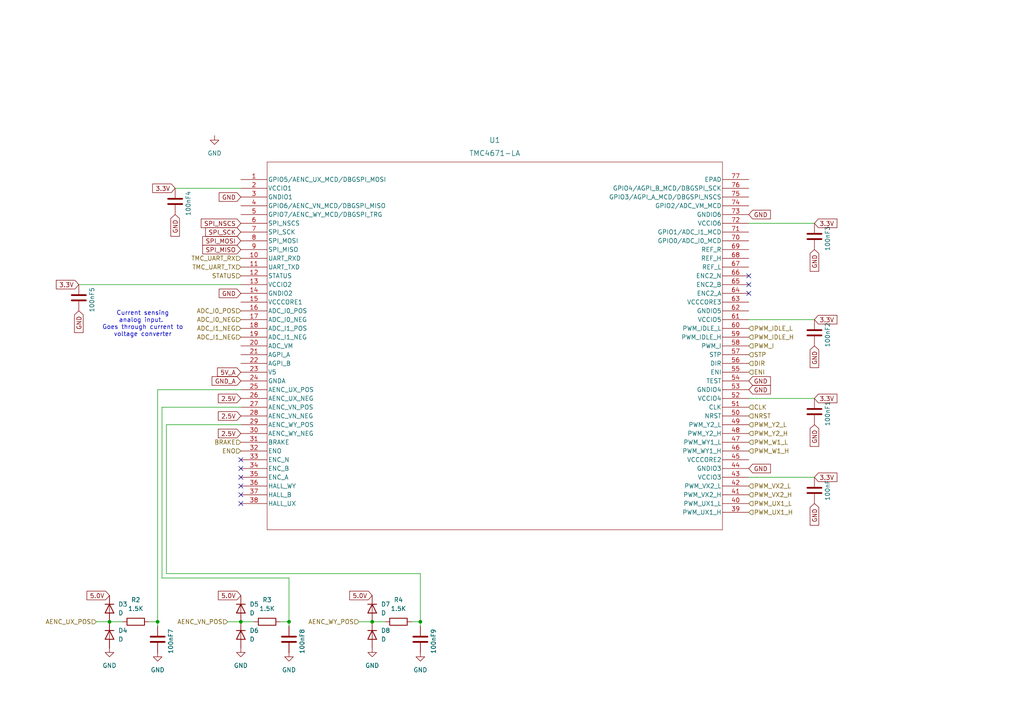
<source format=kicad_sch>
(kicad_sch (version 20231120) (generator "eeschema") (generator_version "8.0")
  (paper "A4")
  (lib_symbols
    (symbol "Custom_Motor_Driver:TMC4671-LA" (pin_names (offset 0.254))
      (property "Reference" "U" (at 73.66 10.16 0))
      (property "Value" "TMC4671-LA" (at 73.66 7.62 0))
      (symbol "TMC4671-LA_0_1"
        (polyline (pts (xy 7.62 -101.6) (xy 139.7 -101.6)) (stroke (width 0.127)))
        (polyline (pts (xy 7.62 5.08) (xy 7.62 -101.6)) (stroke (width 0.127)))
        (polyline (pts (xy 139.7 -101.6) (xy 139.7 5.08)) (stroke (width 0.127)))
        (polyline (pts (xy 139.7 5.08) (xy 7.62 5.08)) (stroke (width 0.127)))
        (pin bidirectional line (at 0 0 0) (length 7.62) (name "GPIO5/AENC_UX_MCD/DBGSPI_MOSI") (number "1"))
        (pin input line (at 0 -22.86 0) (length 7.62) (name "UART_RXD") (number "10"))
        (pin output line (at 0 -25.4 0) (length 7.62) (name "UART_TXD") (number "11"))
        (pin output line (at 0 -27.94 0) (length 7.62) (name "STATUS") (number "12"))
        (pin power_in line (at 0 -30.48 0) (length 7.62) (name "VCCIO2") (number "13"))
        (pin power_in line (at 0 -33.02 0) (length 7.62) (name "GNDIO2") (number "14"))
        (pin power_in line (at 0 -35.56 0) (length 7.62) (name "VCCCORE1") (number "15"))
        (pin input line (at 0 -38.1 0) (length 7.62) (name "ADC_I0_POS") (number "16"))
        (pin input line (at 0 -40.64 0) (length 7.62) (name "ADC_I0_NEG") (number "17"))
        (pin input line (at 0 -43.18 0) (length 7.62) (name "ADC_I1_POS") (number "18"))
        (pin input line (at 0 -45.72 0) (length 7.62) (name "ADC_I1_NEG") (number "19"))
        (pin power_in line (at 0 -2.54 0) (length 7.62) (name "VCCIO1") (number "2"))
        (pin input line (at 0 -48.26 0) (length 7.62) (name "ADC_VM") (number "20"))
        (pin input line (at 0 -50.8 0) (length 7.62) (name "AGPI_A") (number "21"))
        (pin input line (at 0 -53.34 0) (length 7.62) (name "AGPI_B") (number "22"))
        (pin power_in line (at 0 -55.88 0) (length 7.62) (name "V5") (number "23"))
        (pin power_in line (at 0 -58.42 0) (length 7.62) (name "GNDA") (number "24"))
        (pin input line (at 0 -60.96 0) (length 7.62) (name "AENC_UX_POS") (number "25"))
        (pin input line (at 0 -63.5 0) (length 7.62) (name "AENC_UX_NEG") (number "26"))
        (pin input line (at 0 -66.04 0) (length 7.62) (name "AENC_VN_POS") (number "27"))
        (pin input line (at 0 -68.58 0) (length 7.62) (name "AENC_VN_NEG") (number "28"))
        (pin input line (at 0 -71.12 0) (length 7.62) (name "AENC_WY_POS") (number "29"))
        (pin power_in line (at 0 -5.08 0) (length 7.62) (name "GNDIO1") (number "3"))
        (pin input line (at 0 -73.66 0) (length 7.62) (name "AENC_WY_NEG") (number "30"))
        (pin output line (at 0 -76.2 0) (length 7.62) (name "BRAKE") (number "31"))
        (pin output line (at 0 -78.74 0) (length 7.62) (name "ENO") (number "32"))
        (pin input line (at 0 -81.28 0) (length 7.62) (name "ENC_N") (number "33"))
        (pin input line (at 0 -83.82 0) (length 7.62) (name "ENC_B") (number "34"))
        (pin input line (at 0 -86.36 0) (length 7.62) (name "ENC_A") (number "35"))
        (pin input line (at 0 -88.9 0) (length 7.62) (name "HALL_WY") (number "36"))
        (pin input line (at 0 -91.44 0) (length 7.62) (name "HALL_B") (number "37"))
        (pin input line (at 0 -93.98 0) (length 7.62) (name "HALL_UX") (number "38"))
        (pin output line (at 147.32 -96.52 180) (length 7.62) (name "PWM_UX1_H") (number "39"))
        (pin bidirectional line (at 0 -7.62 0) (length 7.62) (name "GPIO6/AENC_VN_MCD/DBGSPI_MISO") (number "4"))
        (pin output line (at 147.32 -93.98 180) (length 7.62) (name "PWM_UX1_L") (number "40"))
        (pin output line (at 147.32 -91.44 180) (length 7.62) (name "PWM_VX2_H") (number "41"))
        (pin output line (at 147.32 -88.9 180) (length 7.62) (name "PWM_VX2_L") (number "42"))
        (pin power_in line (at 147.32 -86.36 180) (length 7.62) (name "VCCIO3") (number "43"))
        (pin power_in line (at 147.32 -83.82 180) (length 7.62) (name "GNDIO3") (number "44"))
        (pin power_in line (at 147.32 -81.28 180) (length 7.62) (name "VCCCORE2") (number "45"))
        (pin output line (at 147.32 -78.74 180) (length 7.62) (name "PWM_WY1_H") (number "46"))
        (pin output line (at 147.32 -76.2 180) (length 7.62) (name "PWM_WY1_L") (number "47"))
        (pin output line (at 147.32 -73.66 180) (length 7.62) (name "PWM_Y2_H") (number "48"))
        (pin output line (at 147.32 -71.12 180) (length 7.62) (name "PWM_Y2_L") (number "49"))
        (pin bidirectional line (at 0 -10.16 0) (length 7.62) (name "GPIO7/AENC_WY_MCD/DBGSPI_TRG") (number "5"))
        (pin input line (at 147.32 -68.58 180) (length 7.62) (name "NRST") (number "50"))
        (pin input line (at 147.32 -66.04 180) (length 7.62) (name "CLK") (number "51"))
        (pin power_in line (at 147.32 -63.5 180) (length 7.62) (name "VCCIO4") (number "52"))
        (pin power_in line (at 147.32 -60.96 180) (length 7.62) (name "GNDIO4") (number "53"))
        (pin input line (at 147.32 -58.42 180) (length 7.62) (name "TEST") (number "54"))
        (pin input line (at 147.32 -55.88 180) (length 7.62) (name "ENI") (number "55"))
        (pin input line (at 147.32 -53.34 180) (length 7.62) (name "DIR") (number "56"))
        (pin input line (at 147.32 -50.8 180) (length 7.62) (name "STP") (number "57"))
        (pin input line (at 147.32 -48.26 180) (length 7.62) (name "PWM_I") (number "58"))
        (pin input line (at 147.32 -45.72 180) (length 7.62) (name "PWM_IDLE_H") (number "59"))
        (pin input line (at 0 -12.7 0) (length 7.62) (name "SPI_NSCS") (number "6"))
        (pin input line (at 147.32 -43.18 180) (length 7.62) (name "PWM_IDLE_L") (number "60"))
        (pin power_in line (at 147.32 -40.64 180) (length 7.62) (name "VCCIO5") (number "61"))
        (pin power_in line (at 147.32 -38.1 180) (length 7.62) (name "GNDIO5") (number "62"))
        (pin power_in line (at 147.32 -35.56 180) (length 7.62) (name "VCCCORE3") (number "63"))
        (pin input line (at 147.32 -33.02 180) (length 7.62) (name "ENC2_A") (number "64"))
        (pin input line (at 147.32 -30.48 180) (length 7.62) (name "ENC2_B") (number "65"))
        (pin input line (at 147.32 -27.94 180) (length 7.62) (name "ENC2_N") (number "66"))
        (pin input line (at 147.32 -25.4 180) (length 7.62) (name "REF_L") (number "67"))
        (pin input line (at 147.32 -22.86 180) (length 7.62) (name "REF_H") (number "68"))
        (pin input line (at 147.32 -20.32 180) (length 7.62) (name "REF_R") (number "69"))
        (pin input line (at 0 -15.24 0) (length 7.62) (name "SPI_SCK") (number "7"))
        (pin bidirectional line (at 147.32 -17.78 180) (length 7.62) (name "GPIO0/ADC_I0_MCD") (number "70"))
        (pin bidirectional line (at 147.32 -15.24 180) (length 7.62) (name "GPIO1/ADC_I1_MCD") (number "71"))
        (pin power_in line (at 147.32 -12.7 180) (length 7.62) (name "VCCIO6") (number "72"))
        (pin power_in line (at 147.32 -10.16 180) (length 7.62) (name "GNDIO6") (number "73"))
        (pin bidirectional line (at 147.32 -7.62 180) (length 7.62) (name "GPIO2/ADC_VM_MCD") (number "74"))
        (pin bidirectional line (at 147.32 -5.08 180) (length 7.62) (name "GPIO3/AGPI_A_MCD/DBGSPI_NSCS") (number "75"))
        (pin bidirectional line (at 147.32 -2.54 180) (length 7.62) (name "GPIO4/AGPI_B_MCD/DBGSPI_SCK") (number "76"))
        (pin unspecified line (at 147.32 0 180) (length 7.62) (name "EPAD") (number "77"))
        (pin input line (at 0 -17.78 0) (length 7.62) (name "SPI_MOSI") (number "8"))
        (pin output line (at 0 -20.32 0) (length 7.62) (name "SPI_MISO") (number "9"))
      )
    )
    (symbol "Device:C" (pin_numbers hide) (pin_names (offset 0.254))
      (property "Reference" "C" (at 0.635 2.54 0))
      (property "Value" "C" (at 0.635 -2.54 0))
      (symbol "C_0_1"
        (polyline (pts (xy -2.032 -0.762) (xy 2.032 -0.762)) (stroke (width 0.508)))
        (polyline (pts (xy -2.032 0.762) (xy 2.032 0.762)) (stroke (width 0.508)))
      )
      (symbol "C_1_1"
        (pin passive line (at 0 3.81 270) (length 2.794) (name "~") (number "1"))
        (pin passive line (at 0 -3.81 90) (length 2.794) (name "~") (number "2"))
      )
    )
    (symbol "Device:D" (pin_numbers hide) (pin_names (offset 1.016) hide)
      (property "Reference" "D" (at 0 2.54 0))
      (property "Value" "D" (at 0 -2.54 0))
      (symbol "D_0_1"
        (polyline (pts (xy -1.27 1.27) (xy -1.27 -1.27)) (stroke (width 0.254)))
        (polyline (pts (xy 1.27 0) (xy -1.27 0)))
        (polyline (pts (xy 1.27 1.27) (xy 1.27 -1.27) (xy -1.27 0) (xy 1.27 1.27)) (stroke (width 0.254)))
      )
      (symbol "D_1_1"
        (pin passive line (at -3.81 0 0) (length 2.54) (name "K") (number "1"))
        (pin passive line (at 3.81 0 180) (length 2.54) (name "A") (number "2"))
      )
    )
    (symbol "Device:R" (pin_numbers hide) (pin_names (offset 0))
      (property "Reference" "R" (at 2.032 0 90))
      (property "Value" "R" (at 0 0 90))
      (symbol "R_0_1"
        (rectangle (start -1.016 -2.54) (end 1.016 2.54) (stroke (width 0.254)))
      )
      (symbol "R_1_1"
        (pin passive line (at 0 3.81 270) (length 1.27) (name "~") (number "1"))
        (pin passive line (at 0 -3.81 90) (length 1.27) (name "~") (number "2"))
      )
    )
    (symbol "power:GND" (power) (pin_numbers hide) (pin_names (offset 0) hide)
      (property "Value" "GND" (at 0 -3.81 0))
      (symbol "GND_0_1"
        (polyline (pts (xy 0 0) (xy 0 -1.27) (xy 1.27 -1.27) (xy 0 -2.54) (xy -1.27 -1.27) (xy 0 -1.27)))
      )
      (symbol "GND_1_1"
        (pin power_in line (at 0 0 270) (length 0) (name "~") (number "1"))
      )
    )
  )
  (junction (at 69.85 180.34))
  (junction (at 31.75 180.34))
  (junction (at 121.92 180.34))
  (junction (at 107.95 180.34))
  (junction (at 45.72 180.34))
  (junction (at 83.82 180.34))
  (no_connect (at 217.17 80.01))
  (no_connect (at 69.85 143.51))
  (no_connect (at 69.85 133.35))
  (no_connect (at 69.85 140.97))
  (no_connect (at 217.17 82.55))
  (no_connect (at 69.85 138.43))
  (no_connect (at 69.85 135.89))
  (no_connect (at 69.85 146.05))
  (no_connect (at 217.17 85.09))
  (wire (pts (xy 121.92 166.37) (xy 121.92 180.34)))
  (wire (pts (xy 69.85 118.11) (xy 46.99 118.11)))
  (wire (pts (xy 69.85 180.34) (xy 73.66 180.34)))
  (wire (pts (xy 48.26 123.19) (xy 48.26 166.37)))
  (wire (pts (xy 81.28 180.34) (xy 83.82 180.34)))
  (wire (pts (xy 121.92 180.34) (xy 121.92 181.61)))
  (wire (pts (xy 83.82 180.34) (xy 83.82 181.61)))
  (wire (pts (xy 69.85 113.03) (xy 45.72 113.03)))
  (wire (pts (xy 27.94 180.34) (xy 31.75 180.34)))
  (wire (pts (xy 22.86 82.55) (xy 69.85 82.55)))
  (wire (pts (xy 43.18 180.34) (xy 45.72 180.34)))
  (wire (pts (xy 83.82 167.64) (xy 83.82 180.34)))
  (wire (pts (xy 45.72 113.03) (xy 45.72 180.34)))
  (wire (pts (xy 45.72 180.34) (xy 45.72 181.61)))
  (wire (pts (xy 69.85 54.61) (xy 50.8 54.61)))
  (wire (pts (xy 217.17 92.71) (xy 236.22 92.71)))
  (wire (pts (xy 31.75 180.34) (xy 35.56 180.34)))
  (wire (pts (xy 46.99 118.11) (xy 46.99 167.64)))
  (wire (pts (xy 69.85 123.19) (xy 48.26 123.19)))
  (wire (pts (xy 119.38 180.34) (xy 121.92 180.34)))
  (wire (pts (xy 217.17 115.57) (xy 236.22 115.57)))
  (wire (pts (xy 46.99 167.64) (xy 83.82 167.64)))
  (wire (pts (xy 66.04 180.34) (xy 69.85 180.34)))
  (wire (pts (xy 104.14 180.34) (xy 107.95 180.34)))
  (wire (pts (xy 107.95 180.34) (xy 111.76 180.34)))
  (wire (pts (xy 217.17 138.43) (xy 236.22 138.43)))
  (wire (pts (xy 48.26 166.37) (xy 121.92 166.37)))
  (wire (pts (xy 217.17 64.77) (xy 236.22 64.77)))
  (text "Current sensing\nanalog input. \nGoes through current to\nvoltage converter\n" (at 41.402 93.98 0) (effects (font (size 1.27 1.27))))
  (text "Analog Input from Hall-\nSensor directly from Motor" (at -14.478 126.492 0) (effects (font (size 1.27 1.27))))
  (global_label "5.0V" (shape input) (at 31.75 172.72 180) (property "Intersheetrefs" "${INTERSHEET_REFS}" (effects (hide yes))))
  (global_label "GND" (shape input) (at 236.22 72.39 270) (property "Intersheetrefs" "${INTERSHEET_REFS}" (effects (hide yes))))
  (global_label "GND" (shape input) (at 217.17 135.89 0) (property "Intersheetrefs" "${INTERSHEET_REFS}" (effects (hide yes))))
  (global_label "SPI_SCK" (shape input) (at 69.85 67.31 180) (property "Intersheetrefs" "${INTERSHEET_REFS}" (effects (hide yes))))
  (global_label "GND" (shape input) (at 50.8 62.23 270) (property "Intersheetrefs" "${INTERSHEET_REFS}" (effects (hide yes))))
  (global_label "GND" (shape input) (at 217.17 62.23 0) (property "Intersheetrefs" "${INTERSHEET_REFS}" (effects (hide yes))))
  (global_label "2.5V" (shape input) (at 69.85 125.73 180) (property "Intersheetrefs" "${INTERSHEET_REFS}" (effects (hide yes))))
  (global_label "3.3V" (shape input) (at 50.8 54.61 180) (property "Intersheetrefs" "${INTERSHEET_REFS}" (effects (hide yes))))
  (global_label "3.3V" (shape input) (at 236.22 64.77 0) (property "Intersheetrefs" "${INTERSHEET_REFS}" (effects (hide yes))))
  (global_label "GND" (shape input) (at 236.22 123.19 270) (property "Intersheetrefs" "${INTERSHEET_REFS}" (effects (hide yes))))
  (global_label "GND" (shape input) (at 217.17 110.49 0) (property "Intersheetrefs" "${INTERSHEET_REFS}" (effects (hide yes))))
  (global_label "2.5V" (shape input) (at 69.85 115.57 180) (property "Intersheetrefs" "${INTERSHEET_REFS}" (effects (hide yes))))
  (global_label "2.5V" (shape input) (at 69.85 120.65 180) (property "Intersheetrefs" "${INTERSHEET_REFS}" (effects (hide yes))))
  (global_label "SPI_MISO" (shape input) (at 69.85 72.39 180) (property "Intersheetrefs" "${INTERSHEET_REFS}" (effects (hide yes))))
  (global_label "GND" (shape input) (at 236.22 146.05 270) (property "Intersheetrefs" "${INTERSHEET_REFS}" (effects (hide yes))))
  (global_label "3.3V" (shape input) (at 236.22 115.57 0) (property "Intersheetrefs" "${INTERSHEET_REFS}" (effects (hide yes))))
  (global_label "SPI_MOSI" (shape input) (at 69.85 69.85 180) (property "Intersheetrefs" "${INTERSHEET_REFS}" (effects (hide yes))))
  (global_label "GND" (shape input) (at 236.22 100.33 270) (property "Intersheetrefs" "${INTERSHEET_REFS}" (effects (hide yes))))
  (global_label "3.3V" (shape input) (at 22.86 82.55 180) (property "Intersheetrefs" "${INTERSHEET_REFS}" (effects (hide yes))))
  (global_label "3.3V" (shape input) (at 236.22 92.71 0) (property "Intersheetrefs" "${INTERSHEET_REFS}" (effects (hide yes))))
  (global_label "5.0V" (shape input) (at 69.85 172.72 180) (property "Intersheetrefs" "${INTERSHEET_REFS}" (effects (hide yes))))
  (global_label "GND" (shape input) (at 69.85 57.15 180) (property "Intersheetrefs" "${INTERSHEET_REFS}" (effects (hide yes))))
  (global_label "GND_A" (shape input) (at 69.85 110.49 180) (property "Intersheetrefs" "${INTERSHEET_REFS}" (effects (hide yes))))
  (global_label "SPI_NSCS" (shape input) (at 69.85 64.77 180) (property "Intersheetrefs" "${INTERSHEET_REFS}" (effects (hide yes))))
  (global_label "5V_A" (shape input) (at 69.85 107.95 180) (property "Intersheetrefs" "${INTERSHEET_REFS}" (effects (hide yes))))
  (global_label "GND" (shape input) (at 69.85 85.09 180) (property "Intersheetrefs" "${INTERSHEET_REFS}" (effects (hide yes))))
  (global_label "3.3V" (shape input) (at 236.22 138.43 0) (property "Intersheetrefs" "${INTERSHEET_REFS}" (effects (hide yes))))
  (global_label "GND" (shape input) (at 217.17 113.03 0) (property "Intersheetrefs" "${INTERSHEET_REFS}" (effects (hide yes))))
  (global_label "5.0V" (shape input) (at 107.95 172.72 180) (property "Intersheetrefs" "${INTERSHEET_REFS}" (effects (hide yes))))
  (global_label "GND" (shape input) (at 22.86 90.17 270) (property "Intersheetrefs" "${INTERSHEET_REFS}" (effects (hide yes))))
  (hierarchical_label "ADC_I0_POS" (shape input) (at 69.85 90.17 180))
  (hierarchical_label "ADC_I1_NEG" (shape input) (at 69.85 95.25 180))
  (hierarchical_label "PWM_UX1_L" (shape input) (at 217.17 146.05 0))
  (hierarchical_label "PWM_VX2_H" (shape input) (at 217.17 143.51 0))
  (hierarchical_label "BRAKE" (shape input) (at 69.85 128.27 180))
  (hierarchical_label "ADC_I1_NEG" (shape input) (at 69.85 97.79 180))
  (hierarchical_label "PWM_I" (shape input) (at 217.17 100.33 0))
  (hierarchical_label "STP" (shape input) (at 217.17 102.87 0))
  (hierarchical_label "AENC_WY_POS" (shape input) (at 104.14 180.34 180))
  (hierarchical_label "PWM_IDLE_H" (shape input) (at 217.17 97.79 0))
  (hierarchical_label "PWM_VX2_L" (shape input) (at 217.17 140.97 0))
  (hierarchical_label "ENI" (shape input) (at 217.17 107.95 0))
  (hierarchical_label "AENC_UX_POS" (shape input) (at 27.94 180.34 180))
  (hierarchical_label "DIR" (shape input) (at 217.17 105.41 0))
  (hierarchical_label "PWM_W1_H" (shape input) (at 217.17 130.81 0))
  (hierarchical_label "PWM_W1_L" (shape input) (at 217.17 128.27 0))
  (hierarchical_label "NRST" (shape input) (at 217.17 120.65 0))
  (hierarchical_label "PWM_Y2_H" (shape input) (at 217.17 125.73 0))
  (hierarchical_label "ADC_I0_NEG" (shape input) (at 69.85 92.71 180))
  (hierarchical_label "PWM_Y2_L" (shape input) (at 217.17 123.19 0))
  (hierarchical_label "ENO" (shape input) (at 69.85 130.81 180))
  (hierarchical_label "AENC_VN_POS" (shape input) (at 66.04 180.34 180))
  (hierarchical_label "TMC_UART_RX" (shape input) (at 69.85 74.93 180))
  (hierarchical_label "CLK" (shape input) (at 217.17 118.11 0))
  (hierarchical_label "PWM_UX1_H" (shape input) (at 217.17 148.59 0))
  (hierarchical_label "PWM_IDLE_L" (shape input) (at 217.17 95.25 0))
  (hierarchical_label "TMC_UART_TX" (shape input) (at 69.85 77.47 180))
  (hierarchical_label "STATUS" (shape input) (at 69.85 80.01 180))
  (symbol (lib_id "Device:C") (at 236.22 68.58 180) (unit 1)
    (property "Reference" "100nF3" (at 240.03 65.532 90) (effects (justify left)))
    (property "Value" "C" (effects (hide yes)))
    (property "Description" "Unpolarized capacitor" (effects (hide yes)))
  )
  (symbol (lib_id "Device:D") (at 31.75 184.15 270) (unit 1)
    (property "Reference" "D4" (at 34.29 182.8799 90) (effects (justify left)))
    (property "Value" "D" (at 34.29 185.4199 90) (effects (justify left)))
    (property "Description" "Diode" (effects (hide yes)))
    (property "Sim.Device" "D" (effects (hide yes)))
    (property "Sim.Pins" "1=K 2=A" (effects (hide yes)))
  )
  (symbol (lib_id "Device:C") (at 50.8 58.42 180) (unit 1)
    (property "Reference" "100nF4" (at 54.61 55.372 90) (effects (justify left)))
    (property "Value" "C" (effects (hide yes)))
    (property "Description" "Unpolarized capacitor" (effects (hide yes)))
  )
  (symbol (lib_id "Device:R") (at 39.37 180.34 90) (unit 1)
    (property "Reference" "R2" (at 39.37 173.99 90))
    (property "Value" "1.5K" (at 39.37 176.53 90))
    (property "Description" "Resistor" (effects (hide yes)))
  )
  (symbol (lib_id "power:GND") (at 62.23 39.37 0) (unit 1)
    (property "Reference" "#PWR01" (effects (hide yes)))
    (property "Value" "GND" (at 62.23 44.45 0))
    (property "Description" "Power symbol creates a global label with name \"GND\" , ground" (effects (hide yes)))
  )
  (symbol (lib_id "Device:C") (at 83.82 185.42 180) (unit 1)
    (property "Reference" "100nF8" (at 87.63 182.372 90) (effects (justify left)))
    (property "Value" "C" (effects (hide yes)))
    (property "Description" "Unpolarized capacitor" (effects (hide yes)))
  )
  (symbol (lib_id "Device:D") (at 69.85 176.53 270) (unit 1)
    (property "Reference" "D5" (at 72.39 175.2599 90) (effects (justify left)))
    (property "Value" "D" (at 72.39 177.7999 90) (effects (justify left)))
    (property "Description" "Diode" (effects (hide yes)))
    (property "Sim.Device" "D" (effects (hide yes)))
    (property "Sim.Pins" "1=K 2=A" (effects (hide yes)))
  )
  (symbol (lib_id "Device:C") (at 236.22 142.24 180) (unit 1)
    (property "Reference" "100nF" (at 240.03 139.192 90) (effects (justify left)))
    (property "Value" "C" (effects (hide yes)))
    (property "Description" "Unpolarized capacitor" (effects (hide yes)))
  )
  (symbol (lib_id "power:GND") (at 31.75 187.96 0) (unit 1)
    (property "Reference" "#PWR04" (effects (hide yes)))
    (property "Value" "GND" (at 31.75 193.04 0))
    (property "Description" "Power symbol creates a global label with name \"GND\" , ground" (effects (hide yes)))
  )
  (symbol (lib_id "Device:C") (at 236.22 119.38 180) (unit 1)
    (property "Reference" "100nF1" (at 240.03 116.332 90) (effects (justify left)))
    (property "Value" "C" (effects (hide yes)))
    (property "Description" "Unpolarized capacitor" (effects (hide yes)))
  )
  (symbol (lib_id "Device:D") (at 69.85 184.15 270) (unit 1)
    (property "Reference" "D6" (at 72.39 182.8799 90) (effects (justify left)))
    (property "Value" "D" (at 72.39 185.4199 90) (effects (justify left)))
    (property "Description" "Diode" (effects (hide yes)))
    (property "Sim.Device" "D" (effects (hide yes)))
    (property "Sim.Pins" "1=K 2=A" (effects (hide yes)))
  )
  (symbol (lib_id "Device:R") (at 77.47 180.34 90) (unit 1)
    (property "Reference" "R3" (at 77.47 173.99 90))
    (property "Value" "1.5K" (at 77.47 176.53 90))
    (property "Description" "Resistor" (effects (hide yes)))
  )
  (symbol (lib_id "Device:C") (at 22.86 86.36 180) (unit 1)
    (property "Reference" "100nF5" (at 26.67 83.312 90) (effects (justify left)))
    (property "Value" "C" (effects (hide yes)))
    (property "Description" "Unpolarized capacitor" (effects (hide yes)))
  )
  (symbol (lib_id "power:GND") (at 45.72 189.23 0) (unit 1)
    (property "Reference" "#PWR05" (effects (hide yes)))
    (property "Value" "GND" (at 45.72 194.31 0))
    (property "Description" "Power symbol creates a global label with name \"GND\" , ground" (effects (hide yes)))
  )
  (symbol (lib_id "Device:D") (at 107.95 184.15 270) (unit 1)
    (property "Reference" "D8" (at 110.49 182.8799 90) (effects (justify left)))
    (property "Value" "D" (at 110.49 185.4199 90) (effects (justify left)))
    (property "Description" "Diode" (effects (hide yes)))
    (property "Sim.Device" "D" (effects (hide yes)))
    (property "Sim.Pins" "1=K 2=A" (effects (hide yes)))
  )
  (symbol (lib_id "Device:D") (at 107.95 176.53 270) (unit 1)
    (property "Reference" "D7" (at 110.49 175.2599 90) (effects (justify left)))
    (property "Value" "D" (at 110.49 177.7999 90) (effects (justify left)))
    (property "Description" "Diode" (effects (hide yes)))
    (property "Sim.Device" "D" (effects (hide yes)))
    (property "Sim.Pins" "1=K 2=A" (effects (hide yes)))
  )
  (symbol (lib_id "Device:R") (at 115.57 180.34 90) (unit 1)
    (property "Reference" "R4" (at 115.57 173.99 90))
    (property "Value" "1.5K" (at 115.57 176.53 90))
    (property "Description" "Resistor" (effects (hide yes)))
  )
  (symbol (lib_id "Custom_Motor_Driver:TMC4671-LA") (at 69.85 52.07 0) (unit 1)
    (property "Reference" "U1" (at 143.51 40.64 0) (effects (font (size 1.524 1.524))))
    (property "Value" "TMC4671-LA" (at 143.51 44.45 0) (effects (font (size 1.524 1.524))))
    (property "Footprint" "QFN76_10P5X6P5_TRI" (effects (hide yes)))
    (property "Datasheet" "TMC4671-LA" (effects (hide yes)))
  )
  (symbol (lib_id "power:GND") (at 107.95 187.96 0) (unit 1)
    (property "Reference" "#PWR08" (effects (hide yes)))
    (property "Value" "GND" (at 107.95 193.04 0))
    (property "Description" "Power symbol creates a global label with name \"GND\" , ground" (effects (hide yes)))
  )
  (symbol (lib_id "Device:C") (at 121.92 185.42 180) (unit 1)
    (property "Reference" "100nF9" (at 125.73 182.372 90) (effects (justify left)))
    (property "Value" "C" (effects (hide yes)))
    (property "Description" "Unpolarized capacitor" (effects (hide yes)))
  )
  (symbol (lib_id "power:GND") (at 83.82 189.23 0) (unit 1)
    (property "Reference" "#PWR07" (effects (hide yes)))
    (property "Value" "GND" (at 83.82 194.31 0))
    (property "Description" "Power symbol creates a global label with name \"GND\" , ground" (effects (hide yes)))
  )
  (symbol (lib_id "power:GND") (at 69.85 187.96 0) (unit 1)
    (property "Reference" "#PWR06" (effects (hide yes)))
    (property "Value" "GND" (at 69.85 193.04 0))
    (property "Description" "Power symbol creates a global label with name \"GND\" , ground" (effects (hide yes)))
  )
  (symbol (lib_id "Device:C") (at 236.22 96.52 180) (unit 1)
    (property "Reference" "100nF2" (at 240.03 93.472 90) (effects (justify left)))
    (property "Value" "C" (effects (hide yes)))
    (property "Description" "Unpolarized capacitor" (effects (hide yes)))
  )
  (symbol (lib_id "Device:D") (at 31.75 176.53 270) (unit 1)
    (property "Reference" "D3" (at 34.29 175.2599 90) (effects (justify left)))
    (property "Value" "D" (at 34.29 177.7999 90) (effects (justify left)))
    (property "Description" "Diode" (effects (hide yes)))
    (property "Sim.Device" "D" (effects (hide yes)))
    (property "Sim.Pins" "1=K 2=A" (effects (hide yes)))
  )
  (symbol (lib_id "power:GND") (at 121.92 189.23 0) (unit 1)
    (property "Reference" "#PWR09" (effects (hide yes)))
    (property "Value" "GND" (at 121.92 194.31 0))
    (property "Description" "Power symbol creates a global label with name \"GND\" , ground" (effects (hide yes)))
  )
  (symbol (lib_id "Device:C") (at 45.72 185.42 180) (unit 1)
    (property "Reference" "100nF7" (at 49.53 182.372 90) (effects (justify left)))
    (property "Value" "C" (effects (hide yes)))
    (property "Description" "Unpolarized capacitor" (effects (hide yes)))
  )
)
</source>
